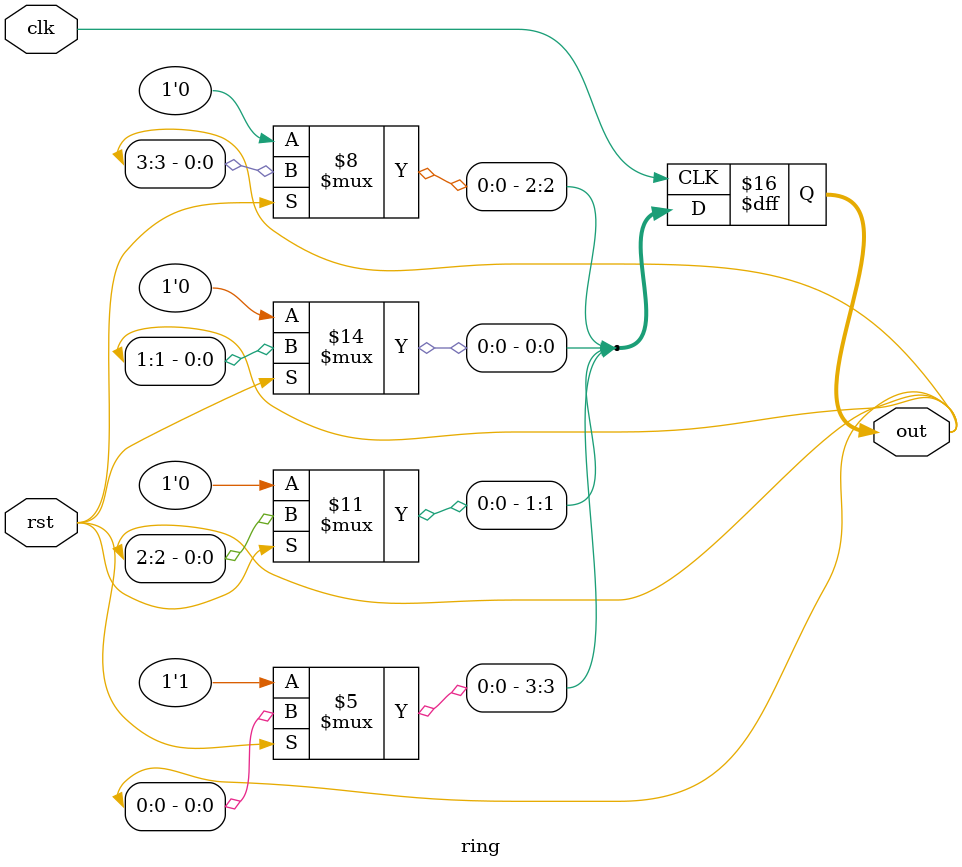
<source format=v>
`timescale 1ns / 1ps
module ring(
    clk, rst, out
    );
input clk, rst;
output [3:0] out;
reg [3:0] out;
initial out = 4'b1000;
always @(posedge clk) begin
    if(rst == 1'b0)
        out = 4'b1000;
    else begin
        out[0] <= out[1];
        out[1] <= out[2];
        out[2] <= out[3];
        out[3] <= out[0];
    end
end
endmodule
</source>
